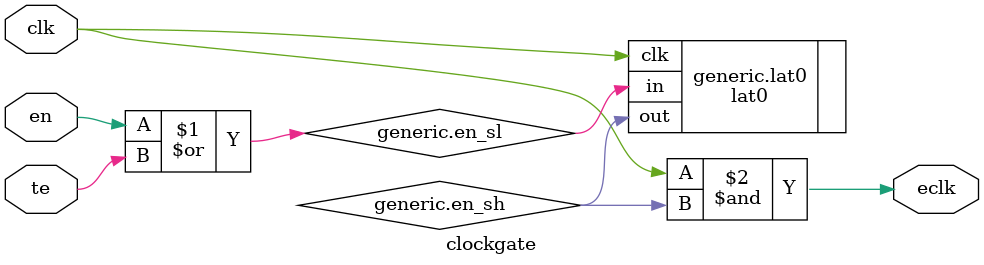
<source format=v>
module clockgate (
     input  clk, // clock input 
     input  te, // test enable enable   
     input  en, // enable (from positive edge FF)
     output eclk // enabled clock output
     );

   generate
	begin : generic
	   wire    en_sh;
	   wire    en_sl;
	   //Stable low/valid rising edge enable
	   assign   en_sl = en | te;
	   //Stable high enable signal
	   lat0 lat0 (.out (en_sh),
			 .in  (en_sl),
			 .clk (clk));
	   
	   assign eclk =  clk & en_sh;
	end 
   endgenerate
        
endmodule
</source>
